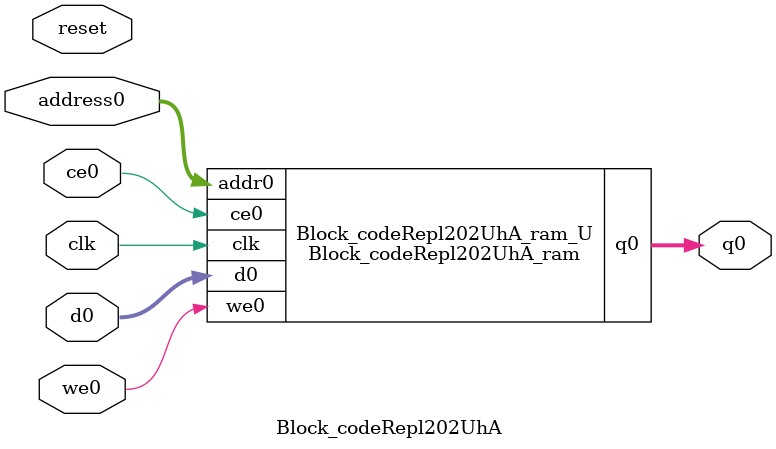
<source format=v>
`timescale 1 ns / 1 ps
module Block_codeRepl202UhA_ram (addr0, ce0, d0, we0, q0,  clk);

parameter DWIDTH = 5;
parameter AWIDTH = 7;
parameter MEM_SIZE = 82;

input[AWIDTH-1:0] addr0;
input ce0;
input[DWIDTH-1:0] d0;
input we0;
output reg[DWIDTH-1:0] q0;
input clk;

(* ram_style = "distributed" *)reg [DWIDTH-1:0] ram[0:MEM_SIZE-1];




always @(posedge clk)  
begin 
    if (ce0) begin
        if (we0) 
            ram[addr0] <= d0; 
        q0 <= ram[addr0];
    end
end


endmodule

`timescale 1 ns / 1 ps
module Block_codeRepl202UhA(
    reset,
    clk,
    address0,
    ce0,
    we0,
    d0,
    q0);

parameter DataWidth = 32'd5;
parameter AddressRange = 32'd82;
parameter AddressWidth = 32'd7;
input reset;
input clk;
input[AddressWidth - 1:0] address0;
input ce0;
input we0;
input[DataWidth - 1:0] d0;
output[DataWidth - 1:0] q0;



Block_codeRepl202UhA_ram Block_codeRepl202UhA_ram_U(
    .clk( clk ),
    .addr0( address0 ),
    .ce0( ce0 ),
    .we0( we0 ),
    .d0( d0 ),
    .q0( q0 ));

endmodule


</source>
